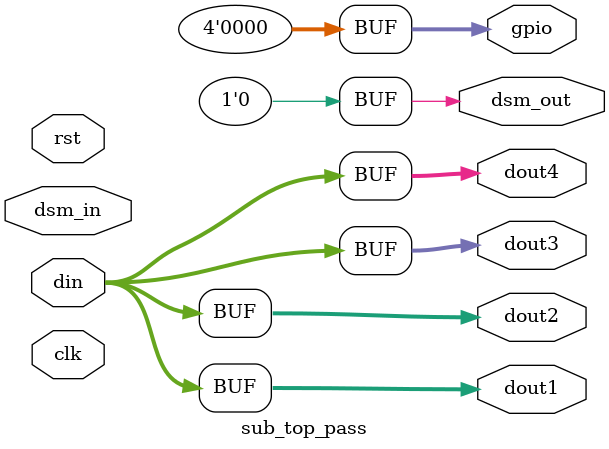
<source format=sv>
module sub_top_pass #(parameter width=16)(
    input clk,rst,
    input signed [width-1:0]din,
    output signed [width-1:0]dout1,dout2,dout3,dout4,
    input dsm_in,
    output dsm_out,
    output [3:0]gpio
    );
    assign gpio=0;
    assign dsm_out=0;
    assign dout1=din;
    assign dout2=din;
    assign dout3=din;
    assign dout4=din;
endmodule
</source>
